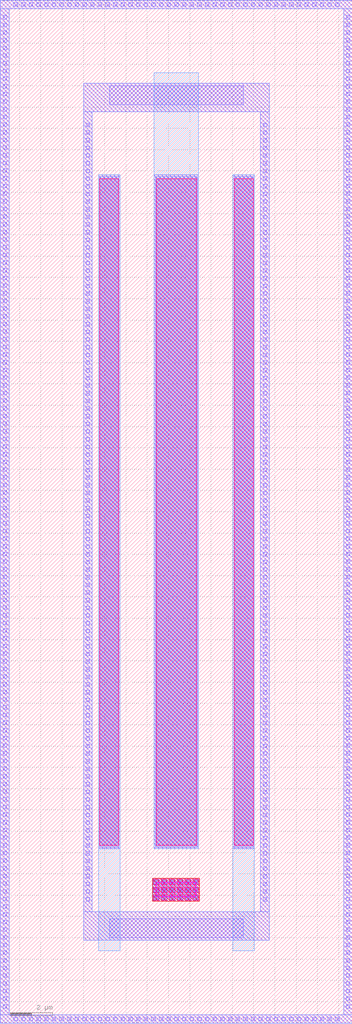
<source format=lef>
# Copyright 2020 The SkyWater PDK Authors
#
# Licensed under the Apache License, Version 2.0 (the "License");
# you may not use this file except in compliance with the License.
# You may obtain a copy of the License at
#
#     https://www.apache.org/licenses/LICENSE-2.0
#
# Unless required by applicable law or agreed to in writing, software
# distributed under the License is distributed on an "AS IS" BASIS,
# WITHOUT WARRANTIES OR CONDITIONS OF ANY KIND, either express or implied.
# See the License for the specific language governing permissions and
# limitations under the License.
#
# SPDX-License-Identifier: Apache-2.0

VERSION 5.7 ;
  NOWIREEXTENSIONATPIN ON ;
  DIVIDERCHAR "/" ;
  BUSBITCHARS "[]" ;
MACRO sky130_fd_pr__rf_pfet_20v0_withptap
  CLASS BLOCK ;
  FOREIGN sky130_fd_pr__rf_pfet_20v0_withptap ;
  ORIGIN  7.900000  9.020000 ;
  SIZE  16.55000 BY  48.04000 ;
  OBS
    LAYER li1 ;
      RECT -7.900000 -9.020000  8.650000 -8.610000 ;
      RECT -7.900000 -8.610000 -7.490000 38.610000 ;
      RECT -7.900000 38.610000  8.650000 39.020000 ;
      RECT -3.990000 -5.110000  4.740000 -3.785000 ;
      RECT -3.990000 -3.785000 -3.580000 33.785000 ;
      RECT -3.990000 33.785000  4.740000 35.110000 ;
      RECT -3.295000 -0.820000 -2.285000 30.825000 ;
      RECT -0.730000 -3.285000  1.450000 -2.215000 ;
      RECT -0.670000 -0.820000  1.420000 30.825000 ;
      RECT  3.035000 -0.820000  4.045000 30.825000 ;
      RECT  4.330000 -3.785000  4.740000 33.785000 ;
      RECT  8.240000 -8.610000  8.650000 38.610000 ;
    LAYER mcon ;
      RECT -7.780000 -8.305000 -7.610000 -8.135000 ;
      RECT -7.780000 -7.945000 -7.610000 -7.775000 ;
      RECT -7.780000 -7.585000 -7.610000 -7.415000 ;
      RECT -7.780000 -7.225000 -7.610000 -7.055000 ;
      RECT -7.780000 -6.865000 -7.610000 -6.695000 ;
      RECT -7.780000 -6.505000 -7.610000 -6.335000 ;
      RECT -7.780000 -6.145000 -7.610000 -5.975000 ;
      RECT -7.780000 -5.785000 -7.610000 -5.615000 ;
      RECT -7.780000 -5.425000 -7.610000 -5.255000 ;
      RECT -7.780000 -5.065000 -7.610000 -4.895000 ;
      RECT -7.780000 -4.705000 -7.610000 -4.535000 ;
      RECT -7.780000 -4.345000 -7.610000 -4.175000 ;
      RECT -7.780000 -3.985000 -7.610000 -3.815000 ;
      RECT -7.780000 -3.625000 -7.610000 -3.455000 ;
      RECT -7.780000 -3.265000 -7.610000 -3.095000 ;
      RECT -7.780000 -2.905000 -7.610000 -2.735000 ;
      RECT -7.780000 -2.545000 -7.610000 -2.375000 ;
      RECT -7.780000 -2.185000 -7.610000 -2.015000 ;
      RECT -7.780000 -1.825000 -7.610000 -1.655000 ;
      RECT -7.780000 -1.465000 -7.610000 -1.295000 ;
      RECT -7.780000 -1.105000 -7.610000 -0.935000 ;
      RECT -7.780000 -0.745000 -7.610000 -0.575000 ;
      RECT -7.780000 -0.385000 -7.610000 -0.215000 ;
      RECT -7.780000 -0.025000 -7.610000  0.145000 ;
      RECT -7.780000  0.335000 -7.610000  0.505000 ;
      RECT -7.780000  0.695000 -7.610000  0.865000 ;
      RECT -7.780000  1.055000 -7.610000  1.225000 ;
      RECT -7.780000  1.415000 -7.610000  1.585000 ;
      RECT -7.780000  1.775000 -7.610000  1.945000 ;
      RECT -7.780000  2.135000 -7.610000  2.305000 ;
      RECT -7.780000  2.495000 -7.610000  2.665000 ;
      RECT -7.780000  2.855000 -7.610000  3.025000 ;
      RECT -7.780000  3.215000 -7.610000  3.385000 ;
      RECT -7.780000  3.575000 -7.610000  3.745000 ;
      RECT -7.780000  3.935000 -7.610000  4.105000 ;
      RECT -7.780000  4.295000 -7.610000  4.465000 ;
      RECT -7.780000  4.655000 -7.610000  4.825000 ;
      RECT -7.780000  5.015000 -7.610000  5.185000 ;
      RECT -7.780000  5.375000 -7.610000  5.545000 ;
      RECT -7.780000  5.735000 -7.610000  5.905000 ;
      RECT -7.780000  6.095000 -7.610000  6.265000 ;
      RECT -7.780000  6.455000 -7.610000  6.625000 ;
      RECT -7.780000  6.815000 -7.610000  6.985000 ;
      RECT -7.780000  7.175000 -7.610000  7.345000 ;
      RECT -7.780000  7.535000 -7.610000  7.705000 ;
      RECT -7.780000  7.895000 -7.610000  8.065000 ;
      RECT -7.780000  8.255000 -7.610000  8.425000 ;
      RECT -7.780000  8.615000 -7.610000  8.785000 ;
      RECT -7.780000  8.975000 -7.610000  9.145000 ;
      RECT -7.780000  9.335000 -7.610000  9.505000 ;
      RECT -7.780000  9.695000 -7.610000  9.865000 ;
      RECT -7.780000 10.055000 -7.610000 10.225000 ;
      RECT -7.780000 10.415000 -7.610000 10.585000 ;
      RECT -7.780000 10.775000 -7.610000 10.945000 ;
      RECT -7.780000 11.135000 -7.610000 11.305000 ;
      RECT -7.780000 11.495000 -7.610000 11.665000 ;
      RECT -7.780000 11.855000 -7.610000 12.025000 ;
      RECT -7.780000 12.215000 -7.610000 12.385000 ;
      RECT -7.780000 12.575000 -7.610000 12.745000 ;
      RECT -7.780000 12.935000 -7.610000 13.105000 ;
      RECT -7.780000 13.295000 -7.610000 13.465000 ;
      RECT -7.780000 13.655000 -7.610000 13.825000 ;
      RECT -7.780000 14.015000 -7.610000 14.185000 ;
      RECT -7.780000 14.375000 -7.610000 14.545000 ;
      RECT -7.780000 14.735000 -7.610000 14.905000 ;
      RECT -7.780000 15.095000 -7.610000 15.265000 ;
      RECT -7.780000 15.455000 -7.610000 15.625000 ;
      RECT -7.780000 15.815000 -7.610000 15.985000 ;
      RECT -7.780000 16.175000 -7.610000 16.345000 ;
      RECT -7.780000 16.535000 -7.610000 16.705000 ;
      RECT -7.780000 16.895000 -7.610000 17.065000 ;
      RECT -7.780000 17.255000 -7.610000 17.425000 ;
      RECT -7.780000 17.615000 -7.610000 17.785000 ;
      RECT -7.780000 17.975000 -7.610000 18.145000 ;
      RECT -7.780000 18.335000 -7.610000 18.505000 ;
      RECT -7.780000 18.695000 -7.610000 18.865000 ;
      RECT -7.780000 19.055000 -7.610000 19.225000 ;
      RECT -7.780000 19.415000 -7.610000 19.585000 ;
      RECT -7.780000 19.775000 -7.610000 19.945000 ;
      RECT -7.780000 20.135000 -7.610000 20.305000 ;
      RECT -7.780000 20.495000 -7.610000 20.665000 ;
      RECT -7.780000 20.855000 -7.610000 21.025000 ;
      RECT -7.780000 21.215000 -7.610000 21.385000 ;
      RECT -7.780000 21.575000 -7.610000 21.745000 ;
      RECT -7.780000 21.935000 -7.610000 22.105000 ;
      RECT -7.780000 22.295000 -7.610000 22.465000 ;
      RECT -7.780000 22.655000 -7.610000 22.825000 ;
      RECT -7.780000 23.015000 -7.610000 23.185000 ;
      RECT -7.780000 23.375000 -7.610000 23.545000 ;
      RECT -7.780000 23.735000 -7.610000 23.905000 ;
      RECT -7.780000 24.095000 -7.610000 24.265000 ;
      RECT -7.780000 24.455000 -7.610000 24.625000 ;
      RECT -7.780000 24.815000 -7.610000 24.985000 ;
      RECT -7.780000 25.175000 -7.610000 25.345000 ;
      RECT -7.780000 25.535000 -7.610000 25.705000 ;
      RECT -7.780000 25.895000 -7.610000 26.065000 ;
      RECT -7.780000 26.255000 -7.610000 26.425000 ;
      RECT -7.780000 26.615000 -7.610000 26.785000 ;
      RECT -7.780000 26.975000 -7.610000 27.145000 ;
      RECT -7.780000 27.335000 -7.610000 27.505000 ;
      RECT -7.780000 27.695000 -7.610000 27.865000 ;
      RECT -7.780000 28.055000 -7.610000 28.225000 ;
      RECT -7.780000 28.415000 -7.610000 28.585000 ;
      RECT -7.780000 28.775000 -7.610000 28.945000 ;
      RECT -7.780000 29.135000 -7.610000 29.305000 ;
      RECT -7.780000 29.495000 -7.610000 29.665000 ;
      RECT -7.780000 29.855000 -7.610000 30.025000 ;
      RECT -7.780000 30.215000 -7.610000 30.385000 ;
      RECT -7.780000 30.575000 -7.610000 30.745000 ;
      RECT -7.780000 30.935000 -7.610000 31.105000 ;
      RECT -7.780000 31.295000 -7.610000 31.465000 ;
      RECT -7.780000 31.655000 -7.610000 31.825000 ;
      RECT -7.780000 32.015000 -7.610000 32.185000 ;
      RECT -7.780000 32.375000 -7.610000 32.545000 ;
      RECT -7.780000 32.735000 -7.610000 32.905000 ;
      RECT -7.780000 33.095000 -7.610000 33.265000 ;
      RECT -7.780000 33.455000 -7.610000 33.625000 ;
      RECT -7.780000 33.815000 -7.610000 33.985000 ;
      RECT -7.780000 34.175000 -7.610000 34.345000 ;
      RECT -7.780000 34.535000 -7.610000 34.705000 ;
      RECT -7.780000 34.895000 -7.610000 35.065000 ;
      RECT -7.780000 35.255000 -7.610000 35.425000 ;
      RECT -7.780000 35.615000 -7.610000 35.785000 ;
      RECT -7.780000 35.975000 -7.610000 36.145000 ;
      RECT -7.780000 36.335000 -7.610000 36.505000 ;
      RECT -7.780000 36.695000 -7.610000 36.865000 ;
      RECT -7.780000 37.055000 -7.610000 37.225000 ;
      RECT -7.780000 37.415000 -7.610000 37.585000 ;
      RECT -7.780000 37.775000 -7.610000 37.945000 ;
      RECT -7.780000 38.135000 -7.610000 38.305000 ;
      RECT -7.270000 -8.900000 -7.100000 -8.730000 ;
      RECT -7.270000 38.730000 -7.100000 38.900000 ;
      RECT -6.910000 -8.900000 -6.740000 -8.730000 ;
      RECT -6.910000 38.730000 -6.740000 38.900000 ;
      RECT -6.550000 -8.900000 -6.380000 -8.730000 ;
      RECT -6.550000 38.730000 -6.380000 38.900000 ;
      RECT -6.190000 -8.900000 -6.020000 -8.730000 ;
      RECT -6.190000 38.730000 -6.020000 38.900000 ;
      RECT -5.830000 -8.900000 -5.660000 -8.730000 ;
      RECT -5.830000 38.730000 -5.660000 38.900000 ;
      RECT -5.470000 -8.900000 -5.300000 -8.730000 ;
      RECT -5.470000 38.730000 -5.300000 38.900000 ;
      RECT -5.110000 -8.900000 -4.940000 -8.730000 ;
      RECT -5.110000 38.730000 -4.940000 38.900000 ;
      RECT -4.750000 -8.900000 -4.580000 -8.730000 ;
      RECT -4.750000 38.730000 -4.580000 38.900000 ;
      RECT -4.390000 -8.900000 -4.220000 -8.730000 ;
      RECT -4.390000 38.730000 -4.220000 38.900000 ;
      RECT -4.030000 -8.900000 -3.860000 -8.730000 ;
      RECT -4.030000 38.730000 -3.860000 38.900000 ;
      RECT -3.870000 -3.280000 -3.700000 -3.110000 ;
      RECT -3.870000 -2.920000 -3.700000 -2.750000 ;
      RECT -3.870000 -2.560000 -3.700000 -2.390000 ;
      RECT -3.870000 -2.200000 -3.700000 -2.030000 ;
      RECT -3.870000 -1.840000 -3.700000 -1.670000 ;
      RECT -3.870000 -1.480000 -3.700000 -1.310000 ;
      RECT -3.870000 -1.120000 -3.700000 -0.950000 ;
      RECT -3.870000 -0.760000 -3.700000 -0.590000 ;
      RECT -3.870000 -0.400000 -3.700000 -0.230000 ;
      RECT -3.870000 -0.040000 -3.700000  0.130000 ;
      RECT -3.870000  0.320000 -3.700000  0.490000 ;
      RECT -3.870000  0.680000 -3.700000  0.850000 ;
      RECT -3.870000  1.040000 -3.700000  1.210000 ;
      RECT -3.870000  1.400000 -3.700000  1.570000 ;
      RECT -3.870000  1.760000 -3.700000  1.930000 ;
      RECT -3.870000  2.120000 -3.700000  2.290000 ;
      RECT -3.870000  2.480000 -3.700000  2.650000 ;
      RECT -3.870000  2.840000 -3.700000  3.010000 ;
      RECT -3.870000  3.200000 -3.700000  3.370000 ;
      RECT -3.870000  3.560000 -3.700000  3.730000 ;
      RECT -3.870000  3.920000 -3.700000  4.090000 ;
      RECT -3.870000  4.280000 -3.700000  4.450000 ;
      RECT -3.870000  4.640000 -3.700000  4.810000 ;
      RECT -3.870000  5.000000 -3.700000  5.170000 ;
      RECT -3.870000  5.360000 -3.700000  5.530000 ;
      RECT -3.870000  5.720000 -3.700000  5.890000 ;
      RECT -3.870000  6.080000 -3.700000  6.250000 ;
      RECT -3.870000  6.440000 -3.700000  6.610000 ;
      RECT -3.870000  6.800000 -3.700000  6.970000 ;
      RECT -3.870000  7.160000 -3.700000  7.330000 ;
      RECT -3.870000  7.520000 -3.700000  7.690000 ;
      RECT -3.870000  7.880000 -3.700000  8.050000 ;
      RECT -3.870000  8.240000 -3.700000  8.410000 ;
      RECT -3.870000  8.600000 -3.700000  8.770000 ;
      RECT -3.870000  8.960000 -3.700000  9.130000 ;
      RECT -3.870000  9.320000 -3.700000  9.490000 ;
      RECT -3.870000  9.680000 -3.700000  9.850000 ;
      RECT -3.870000 10.040000 -3.700000 10.210000 ;
      RECT -3.870000 10.400000 -3.700000 10.570000 ;
      RECT -3.870000 10.760000 -3.700000 10.930000 ;
      RECT -3.870000 11.120000 -3.700000 11.290000 ;
      RECT -3.870000 11.480000 -3.700000 11.650000 ;
      RECT -3.870000 11.840000 -3.700000 12.010000 ;
      RECT -3.870000 12.200000 -3.700000 12.370000 ;
      RECT -3.870000 12.560000 -3.700000 12.730000 ;
      RECT -3.870000 12.920000 -3.700000 13.090000 ;
      RECT -3.870000 13.280000 -3.700000 13.450000 ;
      RECT -3.870000 13.640000 -3.700000 13.810000 ;
      RECT -3.870000 14.000000 -3.700000 14.170000 ;
      RECT -3.870000 14.360000 -3.700000 14.530000 ;
      RECT -3.870000 14.720000 -3.700000 14.890000 ;
      RECT -3.870000 15.080000 -3.700000 15.250000 ;
      RECT -3.870000 15.440000 -3.700000 15.610000 ;
      RECT -3.870000 15.800000 -3.700000 15.970000 ;
      RECT -3.870000 16.160000 -3.700000 16.330000 ;
      RECT -3.870000 16.520000 -3.700000 16.690000 ;
      RECT -3.870000 16.880000 -3.700000 17.050000 ;
      RECT -3.870000 17.240000 -3.700000 17.410000 ;
      RECT -3.870000 17.600000 -3.700000 17.770000 ;
      RECT -3.870000 17.960000 -3.700000 18.130000 ;
      RECT -3.870000 18.320000 -3.700000 18.490000 ;
      RECT -3.870000 18.680000 -3.700000 18.850000 ;
      RECT -3.870000 19.040000 -3.700000 19.210000 ;
      RECT -3.870000 19.400000 -3.700000 19.570000 ;
      RECT -3.870000 19.760000 -3.700000 19.930000 ;
      RECT -3.870000 20.120000 -3.700000 20.290000 ;
      RECT -3.870000 20.480000 -3.700000 20.650000 ;
      RECT -3.870000 20.840000 -3.700000 21.010000 ;
      RECT -3.870000 21.200000 -3.700000 21.370000 ;
      RECT -3.870000 21.560000 -3.700000 21.730000 ;
      RECT -3.870000 21.920000 -3.700000 22.090000 ;
      RECT -3.870000 22.280000 -3.700000 22.450000 ;
      RECT -3.870000 22.640000 -3.700000 22.810000 ;
      RECT -3.870000 23.000000 -3.700000 23.170000 ;
      RECT -3.870000 23.360000 -3.700000 23.530000 ;
      RECT -3.870000 23.720000 -3.700000 23.890000 ;
      RECT -3.870000 24.080000 -3.700000 24.250000 ;
      RECT -3.870000 24.440000 -3.700000 24.610000 ;
      RECT -3.870000 24.800000 -3.700000 24.970000 ;
      RECT -3.870000 25.160000 -3.700000 25.330000 ;
      RECT -3.870000 25.520000 -3.700000 25.690000 ;
      RECT -3.870000 25.880000 -3.700000 26.050000 ;
      RECT -3.870000 26.240000 -3.700000 26.410000 ;
      RECT -3.870000 26.600000 -3.700000 26.770000 ;
      RECT -3.870000 26.960000 -3.700000 27.130000 ;
      RECT -3.870000 27.320000 -3.700000 27.490000 ;
      RECT -3.870000 27.680000 -3.700000 27.850000 ;
      RECT -3.870000 28.040000 -3.700000 28.210000 ;
      RECT -3.870000 28.400000 -3.700000 28.570000 ;
      RECT -3.870000 28.760000 -3.700000 28.930000 ;
      RECT -3.870000 29.120000 -3.700000 29.290000 ;
      RECT -3.870000 29.480000 -3.700000 29.650000 ;
      RECT -3.870000 29.840000 -3.700000 30.010000 ;
      RECT -3.870000 30.200000 -3.700000 30.370000 ;
      RECT -3.870000 30.560000 -3.700000 30.730000 ;
      RECT -3.870000 30.920000 -3.700000 31.090000 ;
      RECT -3.870000 31.280000 -3.700000 31.450000 ;
      RECT -3.870000 31.640000 -3.700000 31.810000 ;
      RECT -3.870000 32.000000 -3.700000 32.170000 ;
      RECT -3.870000 32.360000 -3.700000 32.530000 ;
      RECT -3.870000 32.720000 -3.700000 32.890000 ;
      RECT -3.870000 33.080000 -3.700000 33.250000 ;
      RECT -3.670000 -8.900000 -3.500000 -8.730000 ;
      RECT -3.670000 38.730000 -3.500000 38.900000 ;
      RECT -3.310000 -8.900000 -3.140000 -8.730000 ;
      RECT -3.310000 38.730000 -3.140000 38.900000 ;
      RECT -3.235000 -0.760000 -2.345000 30.730000 ;
      RECT -2.950000 -8.900000 -2.780000 -8.730000 ;
      RECT -2.950000 38.730000 -2.780000 38.900000 ;
      RECT -2.770000 -4.990000  3.520000 -4.100000 ;
      RECT -2.770000 34.100000  3.520000 34.990000 ;
      RECT -2.590000 -8.900000 -2.420000 -8.730000 ;
      RECT -2.590000 38.730000 -2.420000 38.900000 ;
      RECT -2.230000 -8.900000 -2.060000 -8.730000 ;
      RECT -2.230000 38.730000 -2.060000 38.900000 ;
      RECT -1.870000 -8.900000 -1.700000 -8.730000 ;
      RECT -1.870000 38.730000 -1.700000 38.900000 ;
      RECT -1.510000 -8.900000 -1.340000 -8.730000 ;
      RECT -1.510000 38.730000 -1.340000 38.900000 ;
      RECT -1.150000 -8.900000 -0.980000 -8.730000 ;
      RECT -1.150000 38.730000 -0.980000 38.900000 ;
      RECT -0.790000 -8.900000 -0.620000 -8.730000 ;
      RECT -0.790000 38.730000 -0.620000 38.900000 ;
      RECT -0.650000 -3.205000 -0.480000 -3.035000 ;
      RECT -0.650000 -2.835000 -0.480000 -2.665000 ;
      RECT -0.650000 -2.465000 -0.480000 -2.295000 ;
      RECT -0.610000 -0.760000  1.360000 30.730000 ;
      RECT -0.430000 -8.900000 -0.260000 -8.730000 ;
      RECT -0.430000 38.730000 -0.260000 38.900000 ;
      RECT -0.280000 -3.205000 -0.110000 -3.035000 ;
      RECT -0.280000 -2.835000 -0.110000 -2.665000 ;
      RECT -0.280000 -2.465000 -0.110000 -2.295000 ;
      RECT -0.070000 -8.900000  0.100000 -8.730000 ;
      RECT -0.070000 38.730000  0.100000 38.900000 ;
      RECT  0.090000 -3.205000  0.260000 -3.035000 ;
      RECT  0.090000 -2.835000  0.260000 -2.665000 ;
      RECT  0.090000 -2.465000  0.260000 -2.295000 ;
      RECT  0.290000 -8.900000  0.460000 -8.730000 ;
      RECT  0.290000 38.730000  0.460000 38.900000 ;
      RECT  0.460000 -3.205000  0.630000 -3.035000 ;
      RECT  0.460000 -2.835000  0.630000 -2.665000 ;
      RECT  0.460000 -2.465000  0.630000 -2.295000 ;
      RECT  0.650000 -8.900000  0.820000 -8.730000 ;
      RECT  0.650000 38.730000  0.820000 38.900000 ;
      RECT  0.830000 -3.205000  1.000000 -3.035000 ;
      RECT  0.830000 -2.835000  1.000000 -2.665000 ;
      RECT  0.830000 -2.465000  1.000000 -2.295000 ;
      RECT  1.010000 -8.900000  1.180000 -8.730000 ;
      RECT  1.010000 38.730000  1.180000 38.900000 ;
      RECT  1.200000 -3.205000  1.370000 -3.035000 ;
      RECT  1.200000 -2.835000  1.370000 -2.665000 ;
      RECT  1.200000 -2.465000  1.370000 -2.295000 ;
      RECT  1.370000 -8.900000  1.540000 -8.730000 ;
      RECT  1.370000 38.730000  1.540000 38.900000 ;
      RECT  1.730000 -8.900000  1.900000 -8.730000 ;
      RECT  1.730000 38.730000  1.900000 38.900000 ;
      RECT  2.090000 -8.900000  2.260000 -8.730000 ;
      RECT  2.090000 38.730000  2.260000 38.900000 ;
      RECT  2.450000 -8.900000  2.620000 -8.730000 ;
      RECT  2.450000 38.730000  2.620000 38.900000 ;
      RECT  2.810000 -8.900000  2.980000 -8.730000 ;
      RECT  2.810000 38.730000  2.980000 38.900000 ;
      RECT  3.095000 -0.760000  3.985000 30.730000 ;
      RECT  3.170000 -8.900000  3.340000 -8.730000 ;
      RECT  3.170000 38.730000  3.340000 38.900000 ;
      RECT  3.530000 -8.900000  3.700000 -8.730000 ;
      RECT  3.530000 38.730000  3.700000 38.900000 ;
      RECT  3.890000 -8.900000  4.060000 -8.730000 ;
      RECT  3.890000 38.730000  4.060000 38.900000 ;
      RECT  4.250000 -8.900000  4.420000 -8.730000 ;
      RECT  4.250000 38.730000  4.420000 38.900000 ;
      RECT  4.450000 -3.280000  4.620000 -3.110000 ;
      RECT  4.450000 -2.920000  4.620000 -2.750000 ;
      RECT  4.450000 -2.560000  4.620000 -2.390000 ;
      RECT  4.450000 -2.200000  4.620000 -2.030000 ;
      RECT  4.450000 -1.840000  4.620000 -1.670000 ;
      RECT  4.450000 -1.480000  4.620000 -1.310000 ;
      RECT  4.450000 -1.120000  4.620000 -0.950000 ;
      RECT  4.450000 -0.760000  4.620000 -0.590000 ;
      RECT  4.450000 -0.400000  4.620000 -0.230000 ;
      RECT  4.450000 -0.040000  4.620000  0.130000 ;
      RECT  4.450000  0.320000  4.620000  0.490000 ;
      RECT  4.450000  0.680000  4.620000  0.850000 ;
      RECT  4.450000  1.040000  4.620000  1.210000 ;
      RECT  4.450000  1.400000  4.620000  1.570000 ;
      RECT  4.450000  1.760000  4.620000  1.930000 ;
      RECT  4.450000  2.120000  4.620000  2.290000 ;
      RECT  4.450000  2.480000  4.620000  2.650000 ;
      RECT  4.450000  2.840000  4.620000  3.010000 ;
      RECT  4.450000  3.200000  4.620000  3.370000 ;
      RECT  4.450000  3.560000  4.620000  3.730000 ;
      RECT  4.450000  3.920000  4.620000  4.090000 ;
      RECT  4.450000  4.280000  4.620000  4.450000 ;
      RECT  4.450000  4.640000  4.620000  4.810000 ;
      RECT  4.450000  5.000000  4.620000  5.170000 ;
      RECT  4.450000  5.360000  4.620000  5.530000 ;
      RECT  4.450000  5.720000  4.620000  5.890000 ;
      RECT  4.450000  6.080000  4.620000  6.250000 ;
      RECT  4.450000  6.440000  4.620000  6.610000 ;
      RECT  4.450000  6.800000  4.620000  6.970000 ;
      RECT  4.450000  7.160000  4.620000  7.330000 ;
      RECT  4.450000  7.520000  4.620000  7.690000 ;
      RECT  4.450000  7.880000  4.620000  8.050000 ;
      RECT  4.450000  8.240000  4.620000  8.410000 ;
      RECT  4.450000  8.600000  4.620000  8.770000 ;
      RECT  4.450000  8.960000  4.620000  9.130000 ;
      RECT  4.450000  9.320000  4.620000  9.490000 ;
      RECT  4.450000  9.680000  4.620000  9.850000 ;
      RECT  4.450000 10.040000  4.620000 10.210000 ;
      RECT  4.450000 10.400000  4.620000 10.570000 ;
      RECT  4.450000 10.760000  4.620000 10.930000 ;
      RECT  4.450000 11.120000  4.620000 11.290000 ;
      RECT  4.450000 11.480000  4.620000 11.650000 ;
      RECT  4.450000 11.840000  4.620000 12.010000 ;
      RECT  4.450000 12.200000  4.620000 12.370000 ;
      RECT  4.450000 12.560000  4.620000 12.730000 ;
      RECT  4.450000 12.920000  4.620000 13.090000 ;
      RECT  4.450000 13.280000  4.620000 13.450000 ;
      RECT  4.450000 13.640000  4.620000 13.810000 ;
      RECT  4.450000 14.000000  4.620000 14.170000 ;
      RECT  4.450000 14.360000  4.620000 14.530000 ;
      RECT  4.450000 14.720000  4.620000 14.890000 ;
      RECT  4.450000 15.080000  4.620000 15.250000 ;
      RECT  4.450000 15.440000  4.620000 15.610000 ;
      RECT  4.450000 15.800000  4.620000 15.970000 ;
      RECT  4.450000 16.160000  4.620000 16.330000 ;
      RECT  4.450000 16.520000  4.620000 16.690000 ;
      RECT  4.450000 16.880000  4.620000 17.050000 ;
      RECT  4.450000 17.240000  4.620000 17.410000 ;
      RECT  4.450000 17.600000  4.620000 17.770000 ;
      RECT  4.450000 17.960000  4.620000 18.130000 ;
      RECT  4.450000 18.320000  4.620000 18.490000 ;
      RECT  4.450000 18.680000  4.620000 18.850000 ;
      RECT  4.450000 19.040000  4.620000 19.210000 ;
      RECT  4.450000 19.400000  4.620000 19.570000 ;
      RECT  4.450000 19.760000  4.620000 19.930000 ;
      RECT  4.450000 20.120000  4.620000 20.290000 ;
      RECT  4.450000 20.480000  4.620000 20.650000 ;
      RECT  4.450000 20.840000  4.620000 21.010000 ;
      RECT  4.450000 21.200000  4.620000 21.370000 ;
      RECT  4.450000 21.560000  4.620000 21.730000 ;
      RECT  4.450000 21.920000  4.620000 22.090000 ;
      RECT  4.450000 22.280000  4.620000 22.450000 ;
      RECT  4.450000 22.640000  4.620000 22.810000 ;
      RECT  4.450000 23.000000  4.620000 23.170000 ;
      RECT  4.450000 23.360000  4.620000 23.530000 ;
      RECT  4.450000 23.720000  4.620000 23.890000 ;
      RECT  4.450000 24.080000  4.620000 24.250000 ;
      RECT  4.450000 24.440000  4.620000 24.610000 ;
      RECT  4.450000 24.800000  4.620000 24.970000 ;
      RECT  4.450000 25.160000  4.620000 25.330000 ;
      RECT  4.450000 25.520000  4.620000 25.690000 ;
      RECT  4.450000 25.880000  4.620000 26.050000 ;
      RECT  4.450000 26.240000  4.620000 26.410000 ;
      RECT  4.450000 26.600000  4.620000 26.770000 ;
      RECT  4.450000 26.960000  4.620000 27.130000 ;
      RECT  4.450000 27.320000  4.620000 27.490000 ;
      RECT  4.450000 27.680000  4.620000 27.850000 ;
      RECT  4.450000 28.040000  4.620000 28.210000 ;
      RECT  4.450000 28.400000  4.620000 28.570000 ;
      RECT  4.450000 28.760000  4.620000 28.930000 ;
      RECT  4.450000 29.120000  4.620000 29.290000 ;
      RECT  4.450000 29.480000  4.620000 29.650000 ;
      RECT  4.450000 29.840000  4.620000 30.010000 ;
      RECT  4.450000 30.200000  4.620000 30.370000 ;
      RECT  4.450000 30.560000  4.620000 30.730000 ;
      RECT  4.450000 30.920000  4.620000 31.090000 ;
      RECT  4.450000 31.280000  4.620000 31.450000 ;
      RECT  4.450000 31.640000  4.620000 31.810000 ;
      RECT  4.450000 32.000000  4.620000 32.170000 ;
      RECT  4.450000 32.360000  4.620000 32.530000 ;
      RECT  4.450000 32.720000  4.620000 32.890000 ;
      RECT  4.450000 33.080000  4.620000 33.250000 ;
      RECT  4.610000 -8.900000  4.780000 -8.730000 ;
      RECT  4.610000 38.730000  4.780000 38.900000 ;
      RECT  4.970000 -8.900000  5.140000 -8.730000 ;
      RECT  4.970000 38.730000  5.140000 38.900000 ;
      RECT  5.330000 -8.900000  5.500000 -8.730000 ;
      RECT  5.330000 38.730000  5.500000 38.900000 ;
      RECT  5.690000 -8.900000  5.860000 -8.730000 ;
      RECT  5.690000 38.730000  5.860000 38.900000 ;
      RECT  6.050000 -8.900000  6.220000 -8.730000 ;
      RECT  6.050000 38.730000  6.220000 38.900000 ;
      RECT  6.410000 -8.900000  6.580000 -8.730000 ;
      RECT  6.410000 38.730000  6.580000 38.900000 ;
      RECT  6.770000 -8.900000  6.940000 -8.730000 ;
      RECT  6.770000 38.730000  6.940000 38.900000 ;
      RECT  7.130000 -8.900000  7.300000 -8.730000 ;
      RECT  7.130000 38.730000  7.300000 38.900000 ;
      RECT  7.490000 -8.900000  7.660000 -8.730000 ;
      RECT  7.490000 38.730000  7.660000 38.900000 ;
      RECT  7.850000 -8.900000  8.020000 -8.730000 ;
      RECT  7.850000 38.730000  8.020000 38.900000 ;
      RECT  8.360000 -8.305000  8.530000 -8.135000 ;
      RECT  8.360000 -7.945000  8.530000 -7.775000 ;
      RECT  8.360000 -7.585000  8.530000 -7.415000 ;
      RECT  8.360000 -7.225000  8.530000 -7.055000 ;
      RECT  8.360000 -6.865000  8.530000 -6.695000 ;
      RECT  8.360000 -6.505000  8.530000 -6.335000 ;
      RECT  8.360000 -6.145000  8.530000 -5.975000 ;
      RECT  8.360000 -5.785000  8.530000 -5.615000 ;
      RECT  8.360000 -5.425000  8.530000 -5.255000 ;
      RECT  8.360000 -5.065000  8.530000 -4.895000 ;
      RECT  8.360000 -4.705000  8.530000 -4.535000 ;
      RECT  8.360000 -4.345000  8.530000 -4.175000 ;
      RECT  8.360000 -3.985000  8.530000 -3.815000 ;
      RECT  8.360000 -3.625000  8.530000 -3.455000 ;
      RECT  8.360000 -3.265000  8.530000 -3.095000 ;
      RECT  8.360000 -2.905000  8.530000 -2.735000 ;
      RECT  8.360000 -2.545000  8.530000 -2.375000 ;
      RECT  8.360000 -2.185000  8.530000 -2.015000 ;
      RECT  8.360000 -1.825000  8.530000 -1.655000 ;
      RECT  8.360000 -1.465000  8.530000 -1.295000 ;
      RECT  8.360000 -1.105000  8.530000 -0.935000 ;
      RECT  8.360000 -0.745000  8.530000 -0.575000 ;
      RECT  8.360000 -0.385000  8.530000 -0.215000 ;
      RECT  8.360000 -0.025000  8.530000  0.145000 ;
      RECT  8.360000  0.335000  8.530000  0.505000 ;
      RECT  8.360000  0.695000  8.530000  0.865000 ;
      RECT  8.360000  1.055000  8.530000  1.225000 ;
      RECT  8.360000  1.415000  8.530000  1.585000 ;
      RECT  8.360000  1.775000  8.530000  1.945000 ;
      RECT  8.360000  2.135000  8.530000  2.305000 ;
      RECT  8.360000  2.495000  8.530000  2.665000 ;
      RECT  8.360000  2.855000  8.530000  3.025000 ;
      RECT  8.360000  3.215000  8.530000  3.385000 ;
      RECT  8.360000  3.575000  8.530000  3.745000 ;
      RECT  8.360000  3.935000  8.530000  4.105000 ;
      RECT  8.360000  4.295000  8.530000  4.465000 ;
      RECT  8.360000  4.655000  8.530000  4.825000 ;
      RECT  8.360000  5.015000  8.530000  5.185000 ;
      RECT  8.360000  5.375000  8.530000  5.545000 ;
      RECT  8.360000  5.735000  8.530000  5.905000 ;
      RECT  8.360000  6.095000  8.530000  6.265000 ;
      RECT  8.360000  6.455000  8.530000  6.625000 ;
      RECT  8.360000  6.815000  8.530000  6.985000 ;
      RECT  8.360000  7.175000  8.530000  7.345000 ;
      RECT  8.360000  7.535000  8.530000  7.705000 ;
      RECT  8.360000  7.895000  8.530000  8.065000 ;
      RECT  8.360000  8.255000  8.530000  8.425000 ;
      RECT  8.360000  8.615000  8.530000  8.785000 ;
      RECT  8.360000  8.975000  8.530000  9.145000 ;
      RECT  8.360000  9.335000  8.530000  9.505000 ;
      RECT  8.360000  9.695000  8.530000  9.865000 ;
      RECT  8.360000 10.055000  8.530000 10.225000 ;
      RECT  8.360000 10.415000  8.530000 10.585000 ;
      RECT  8.360000 10.775000  8.530000 10.945000 ;
      RECT  8.360000 11.135000  8.530000 11.305000 ;
      RECT  8.360000 11.495000  8.530000 11.665000 ;
      RECT  8.360000 11.855000  8.530000 12.025000 ;
      RECT  8.360000 12.215000  8.530000 12.385000 ;
      RECT  8.360000 12.575000  8.530000 12.745000 ;
      RECT  8.360000 12.935000  8.530000 13.105000 ;
      RECT  8.360000 13.295000  8.530000 13.465000 ;
      RECT  8.360000 13.655000  8.530000 13.825000 ;
      RECT  8.360000 14.015000  8.530000 14.185000 ;
      RECT  8.360000 14.375000  8.530000 14.545000 ;
      RECT  8.360000 14.735000  8.530000 14.905000 ;
      RECT  8.360000 15.095000  8.530000 15.265000 ;
      RECT  8.360000 15.455000  8.530000 15.625000 ;
      RECT  8.360000 15.815000  8.530000 15.985000 ;
      RECT  8.360000 16.175000  8.530000 16.345000 ;
      RECT  8.360000 16.535000  8.530000 16.705000 ;
      RECT  8.360000 16.895000  8.530000 17.065000 ;
      RECT  8.360000 17.255000  8.530000 17.425000 ;
      RECT  8.360000 17.615000  8.530000 17.785000 ;
      RECT  8.360000 17.975000  8.530000 18.145000 ;
      RECT  8.360000 18.335000  8.530000 18.505000 ;
      RECT  8.360000 18.695000  8.530000 18.865000 ;
      RECT  8.360000 19.055000  8.530000 19.225000 ;
      RECT  8.360000 19.415000  8.530000 19.585000 ;
      RECT  8.360000 19.775000  8.530000 19.945000 ;
      RECT  8.360000 20.135000  8.530000 20.305000 ;
      RECT  8.360000 20.495000  8.530000 20.665000 ;
      RECT  8.360000 20.855000  8.530000 21.025000 ;
      RECT  8.360000 21.215000  8.530000 21.385000 ;
      RECT  8.360000 21.575000  8.530000 21.745000 ;
      RECT  8.360000 21.935000  8.530000 22.105000 ;
      RECT  8.360000 22.295000  8.530000 22.465000 ;
      RECT  8.360000 22.655000  8.530000 22.825000 ;
      RECT  8.360000 23.015000  8.530000 23.185000 ;
      RECT  8.360000 23.375000  8.530000 23.545000 ;
      RECT  8.360000 23.735000  8.530000 23.905000 ;
      RECT  8.360000 24.095000  8.530000 24.265000 ;
      RECT  8.360000 24.455000  8.530000 24.625000 ;
      RECT  8.360000 24.815000  8.530000 24.985000 ;
      RECT  8.360000 25.175000  8.530000 25.345000 ;
      RECT  8.360000 25.535000  8.530000 25.705000 ;
      RECT  8.360000 25.895000  8.530000 26.065000 ;
      RECT  8.360000 26.255000  8.530000 26.425000 ;
      RECT  8.360000 26.615000  8.530000 26.785000 ;
      RECT  8.360000 26.975000  8.530000 27.145000 ;
      RECT  8.360000 27.335000  8.530000 27.505000 ;
      RECT  8.360000 27.695000  8.530000 27.865000 ;
      RECT  8.360000 28.055000  8.530000 28.225000 ;
      RECT  8.360000 28.415000  8.530000 28.585000 ;
      RECT  8.360000 28.775000  8.530000 28.945000 ;
      RECT  8.360000 29.135000  8.530000 29.305000 ;
      RECT  8.360000 29.495000  8.530000 29.665000 ;
      RECT  8.360000 29.855000  8.530000 30.025000 ;
      RECT  8.360000 30.215000  8.530000 30.385000 ;
      RECT  8.360000 30.575000  8.530000 30.745000 ;
      RECT  8.360000 30.935000  8.530000 31.105000 ;
      RECT  8.360000 31.295000  8.530000 31.465000 ;
      RECT  8.360000 31.655000  8.530000 31.825000 ;
      RECT  8.360000 32.015000  8.530000 32.185000 ;
      RECT  8.360000 32.375000  8.530000 32.545000 ;
      RECT  8.360000 32.735000  8.530000 32.905000 ;
      RECT  8.360000 33.095000  8.530000 33.265000 ;
      RECT  8.360000 33.455000  8.530000 33.625000 ;
      RECT  8.360000 33.815000  8.530000 33.985000 ;
      RECT  8.360000 34.175000  8.530000 34.345000 ;
      RECT  8.360000 34.535000  8.530000 34.705000 ;
      RECT  8.360000 34.895000  8.530000 35.065000 ;
      RECT  8.360000 35.255000  8.530000 35.425000 ;
      RECT  8.360000 35.615000  8.530000 35.785000 ;
      RECT  8.360000 35.975000  8.530000 36.145000 ;
      RECT  8.360000 36.335000  8.530000 36.505000 ;
      RECT  8.360000 36.695000  8.530000 36.865000 ;
      RECT  8.360000 37.055000  8.530000 37.225000 ;
      RECT  8.360000 37.415000  8.530000 37.585000 ;
      RECT  8.360000 37.775000  8.530000 37.945000 ;
      RECT  8.360000 38.135000  8.530000 38.305000 ;
    LAYER met1 ;
      RECT -7.900000 -9.020000  8.650000 -8.610000 ;
      RECT -7.900000 -8.610000 -7.490000 38.610000 ;
      RECT -7.900000 38.610000  8.650000 39.020000 ;
      RECT -3.990000 -5.110000  4.740000 -3.785000 ;
      RECT -3.990000 -3.785000 -3.580000 33.785000 ;
      RECT -3.990000 33.785000  4.740000 35.110000 ;
      RECT -3.295000 -0.820000 -2.285000 30.825000 ;
      RECT -0.730000 -3.285000  1.450000 -2.215000 ;
      RECT -0.670000 -0.820000  1.420000 30.825000 ;
      RECT  3.035000 -0.820000  4.045000 30.825000 ;
      RECT  4.330000 -3.785000  4.740000 33.785000 ;
      RECT  8.240000 -8.610000  8.650000 38.610000 ;
    LAYER met2 ;
      RECT -3.295000 -5.610000 -2.285000 30.825000 ;
      RECT -0.730000 -3.285000  1.450000 -2.215000 ;
      RECT -0.670000 -0.820000  1.420000 35.610000 ;
      RECT  3.035000 -5.610000  4.045000 30.825000 ;
    LAYER met3 ;
      RECT -0.750000 -3.285000 1.450000 -2.215000 ;
    LAYER via ;
      RECT -3.240000 -0.665000 -2.340000 30.635000 ;
      RECT -0.695000 -3.250000 -0.435000 -2.990000 ;
      RECT -0.695000 -2.880000 -0.435000 -2.620000 ;
      RECT -0.695000 -2.510000 -0.435000 -2.250000 ;
      RECT -0.555000 -0.665000  1.305000 30.635000 ;
      RECT -0.325000 -3.250000 -0.065000 -2.990000 ;
      RECT -0.325000 -2.880000 -0.065000 -2.620000 ;
      RECT -0.325000 -2.510000 -0.065000 -2.250000 ;
      RECT  0.045000 -3.250000  0.305000 -2.990000 ;
      RECT  0.045000 -2.880000  0.305000 -2.620000 ;
      RECT  0.045000 -2.510000  0.305000 -2.250000 ;
      RECT  0.415000 -3.250000  0.675000 -2.990000 ;
      RECT  0.415000 -2.880000  0.675000 -2.620000 ;
      RECT  0.415000 -2.510000  0.675000 -2.250000 ;
      RECT  0.785000 -3.250000  1.045000 -2.990000 ;
      RECT  0.785000 -2.880000  1.045000 -2.620000 ;
      RECT  0.785000 -2.510000  1.045000 -2.250000 ;
      RECT  1.155000 -3.250000  1.415000 -2.990000 ;
      RECT  1.155000 -2.880000  1.415000 -2.620000 ;
      RECT  1.155000 -2.510000  1.415000 -2.250000 ;
      RECT  3.090000 -0.665000  3.990000 30.635000 ;
    LAYER via2 ;
      RECT -0.580000 -3.075000 1.300000 -2.395000 ;
  END
END sky130_fd_pr__rf_pfet_20v0_withptap
END LIBRARY

</source>
